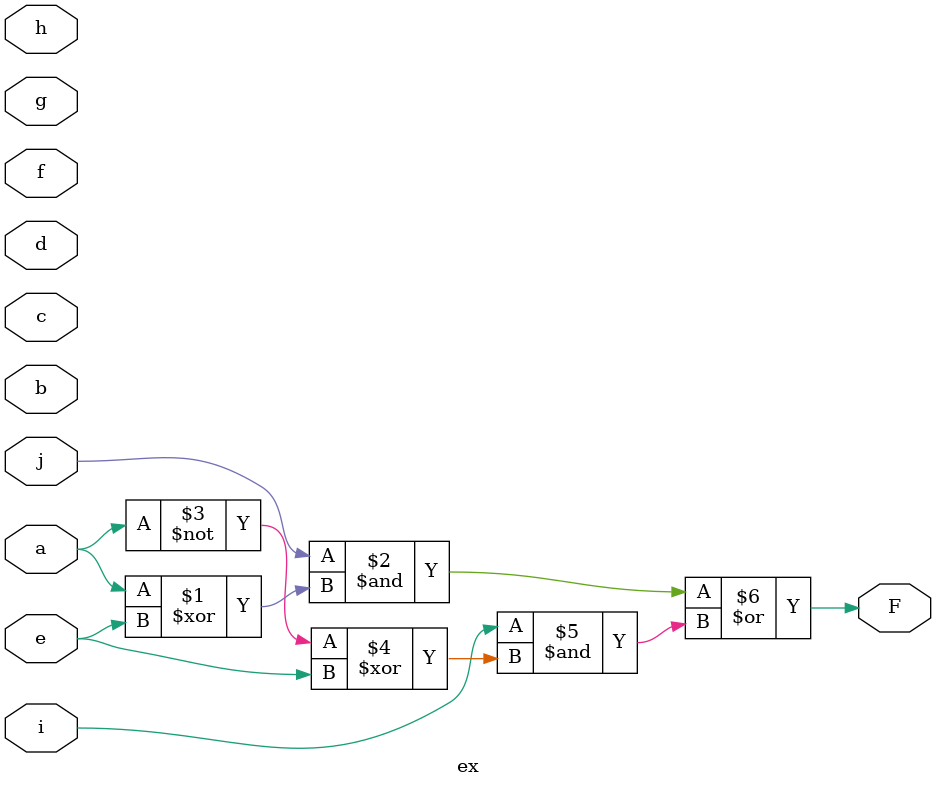
<source format=v>

module ex ( 
    a, b, c, d, e, f, g, h, i, j,
    F  );
  input  a, b, c, d, e, f, g, h, i, j;
  output F;
  assign F = (j & (a ^ e)) | (i & (~a ^ e));
endmodule



</source>
